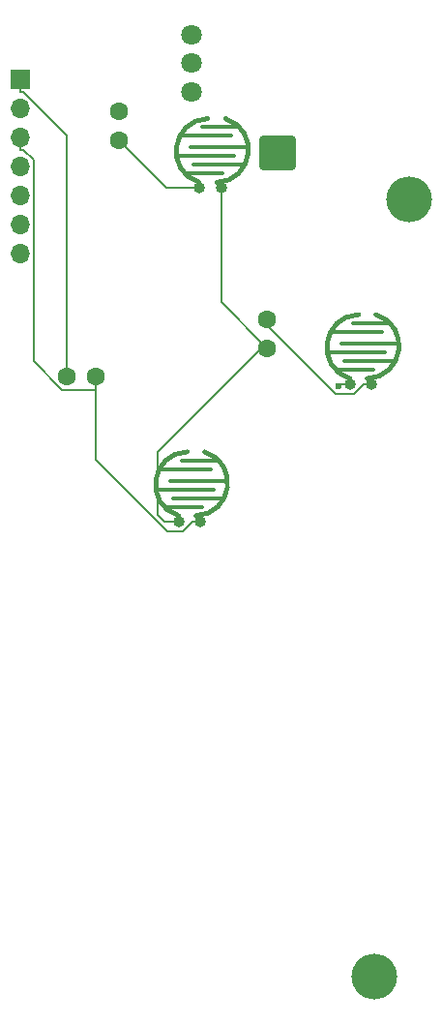
<source format=gbr>
%TF.GenerationSoftware,KiCad,Pcbnew,9.0.0*%
%TF.CreationDate,2025-04-14T10:39:45-04:00*%
%TF.ProjectId,rightPCB,72696768-7450-4434-922e-6b696361645f,rev?*%
%TF.SameCoordinates,Original*%
%TF.FileFunction,Copper,L1,Top*%
%TF.FilePolarity,Positive*%
%FSLAX46Y46*%
G04 Gerber Fmt 4.6, Leading zero omitted, Abs format (unit mm)*
G04 Created by KiCad (PCBNEW 9.0.0) date 2025-04-14 10:39:45*
%MOMM*%
%LPD*%
G01*
G04 APERTURE LIST*
G04 Aperture macros list*
%AMRoundRect*
0 Rectangle with rounded corners*
0 $1 Rounding radius*
0 $2 $3 $4 $5 $6 $7 $8 $9 X,Y pos of 4 corners*
0 Add a 4 corners polygon primitive as box body*
4,1,4,$2,$3,$4,$5,$6,$7,$8,$9,$2,$3,0*
0 Add four circle primitives for the rounded corners*
1,1,$1+$1,$2,$3*
1,1,$1+$1,$4,$5*
1,1,$1+$1,$6,$7*
1,1,$1+$1,$8,$9*
0 Add four rect primitives between the rounded corners*
20,1,$1+$1,$2,$3,$4,$5,0*
20,1,$1+$1,$4,$5,$6,$7,0*
20,1,$1+$1,$6,$7,$8,$9,0*
20,1,$1+$1,$8,$9,$2,$3,0*%
G04 Aperture macros list end*
%TA.AperFunction,EtchedComponent*%
%ADD10C,0.300000*%
%TD*%
%TA.AperFunction,EtchedComponent*%
%ADD11C,0.400000*%
%TD*%
%TA.AperFunction,SMDPad,CuDef*%
%ADD12O,1.000000X1.000000*%
%TD*%
%TA.AperFunction,ComponentPad*%
%ADD13C,1.600000*%
%TD*%
%TA.AperFunction,ComponentPad*%
%ADD14R,1.700000X1.700000*%
%TD*%
%TA.AperFunction,ComponentPad*%
%ADD15O,1.700000X1.700000*%
%TD*%
%TA.AperFunction,ComponentPad*%
%ADD16RoundRect,0.465000X1.185000X-1.085000X1.185000X1.085000X-1.185000X1.085000X-1.185000X-1.085000X0*%
%TD*%
%TA.AperFunction,ComponentPad*%
%ADD17C,1.800000*%
%TD*%
%TA.AperFunction,ComponentPad*%
%ADD18O,4.000000X4.000000*%
%TD*%
%TA.AperFunction,ViaPad*%
%ADD19C,0.600000*%
%TD*%
%TA.AperFunction,Conductor*%
%ADD20C,0.200000*%
%TD*%
G04 APERTURE END LIST*
D10*
%TO.C,SW8*%
X214282900Y-75227200D02*
X219108900Y-75227200D01*
X214536900Y-73449200D02*
X218854900Y-73449200D01*
X214917900Y-76751200D02*
X218092900Y-76751200D01*
X219489900Y-72687200D02*
X216314900Y-72687200D01*
X219870900Y-75989200D02*
X215552900Y-75989200D01*
X220124900Y-74465200D02*
X215298900Y-74465200D01*
D11*
X216060900Y-77513200D02*
G75*
G02*
X216822900Y-71925200I847981J2730321D01*
G01*
X218346900Y-71925200D02*
G75*
G02*
X217584900Y-77513200I-847981J-2730321D01*
G01*
D10*
%TO.C,SW7*%
X227469500Y-92380100D02*
X232295500Y-92380100D01*
X227723500Y-90602100D02*
X232041500Y-90602100D01*
X228104500Y-93904100D02*
X231279500Y-93904100D01*
X232676500Y-89840100D02*
X229501500Y-89840100D01*
X233057500Y-93142100D02*
X228739500Y-93142100D01*
X233311500Y-91618100D02*
X228485500Y-91618100D01*
D11*
X229247500Y-94666100D02*
G75*
G02*
X230009500Y-89078100I847981J2730321D01*
G01*
X231533500Y-89078100D02*
G75*
G02*
X230771500Y-94666100I-847981J-2730321D01*
G01*
D10*
%TO.C,SW6*%
X212470800Y-104381600D02*
X217296800Y-104381600D01*
X212724800Y-102603600D02*
X217042800Y-102603600D01*
X213105800Y-105905600D02*
X216280800Y-105905600D01*
X217677800Y-101841600D02*
X214502800Y-101841600D01*
X218058800Y-105143600D02*
X213740800Y-105143600D01*
X218312800Y-103619600D02*
X213486800Y-103619600D01*
D11*
X214248800Y-106667600D02*
G75*
G02*
X215010800Y-101079600I847981J2730321D01*
G01*
X216534800Y-101079600D02*
G75*
G02*
X215772800Y-106667600I-847981J-2730321D01*
G01*
%TD*%
D12*
%TO.P,SW8,1*%
%TO.N,GND*%
X217965800Y-78021100D03*
%TO.P,SW8,2*%
%TO.N,/Start*%
X216060800Y-78021100D03*
%TD*%
%TO.P,SW7,1*%
%TO.N,/2*%
X231152500Y-95174100D03*
%TO.P,SW7,2*%
%TO.N,GND*%
X229247500Y-95174100D03*
%TD*%
D13*
%TO.P,C2,1*%
%TO.N,GND*%
X204500000Y-94500000D03*
%TO.P,C2,2*%
%TO.N,/1*%
X207000000Y-94500000D03*
%TD*%
D14*
%TO.P,J1,1,Pin_1*%
%TO.N,GND*%
X200390600Y-68464100D03*
D15*
%TO.P,J1,2,Pin_2*%
%TO.N,/3v3*%
X200390600Y-71004100D03*
%TO.P,J1,3,Pin_3*%
%TO.N,/1*%
X200390600Y-73544100D03*
%TO.P,J1,4,Pin_4*%
%TO.N,/2*%
X200390600Y-76084100D03*
%TO.P,J1,5,Pin_5*%
%TO.N,/Start*%
X200390600Y-78624100D03*
%TO.P,J1,6,Pin_6*%
%TO.N,/Brightness_B*%
X200390600Y-81164100D03*
%TO.P,J1,7,Pin_7*%
%TO.N,/Brightness_A*%
X200390600Y-83704100D03*
%TD*%
D13*
%TO.P,C3,1*%
%TO.N,GND*%
X222000000Y-92000000D03*
%TO.P,C3,2*%
%TO.N,/2*%
X222000000Y-89500000D03*
%TD*%
D12*
%TO.P,SW6,1*%
%TO.N,/1*%
X216153800Y-107175600D03*
%TO.P,SW6,2*%
%TO.N,GND*%
X214248800Y-107175600D03*
%TD*%
D13*
%TO.P,C1,1*%
%TO.N,GND*%
X209000000Y-71300000D03*
%TO.P,C1,2*%
%TO.N,/Start*%
X209000000Y-73800000D03*
%TD*%
D16*
%TO.P,SW5,*%
%TO.N,*%
X222900000Y-74900000D03*
D17*
%TO.P,SW5,A,A*%
%TO.N,/Brightness_A*%
X215400000Y-69600000D03*
%TO.P,SW5,B,B*%
%TO.N,/Brightness_B*%
X215400000Y-64600000D03*
%TO.P,SW5,C,C*%
%TO.N,GND*%
X215400000Y-67100000D03*
%TD*%
D18*
%TO.P,Pad_gge24780,1*%
%TO.N,N/C*%
X234391500Y-78999900D03*
%TD*%
%TO.P,Pad_gge24769,1*%
%TO.N,N/C*%
X231391500Y-147000000D03*
%TD*%
D19*
%TO.N,GND*%
X228226000Y-95331500D03*
%TD*%
D20*
%TO.N,GND*%
X221748000Y-91747800D02*
X217966000Y-87965800D01*
X200678000Y-69615800D02*
X204500000Y-73437300D01*
X217966000Y-82993400D02*
X217966000Y-78021100D01*
X217966000Y-87965800D02*
X217966000Y-82993400D01*
X214249000Y-107176000D02*
X214248400Y-107176000D01*
X217965800Y-82993200D02*
X217965800Y-78021100D01*
X200391000Y-69615800D02*
X200678000Y-69615800D01*
X229247500Y-95174100D02*
X229248000Y-95174100D01*
X214248400Y-107176000D02*
X212971000Y-107176000D01*
X212415000Y-101081000D02*
X221748000Y-91747800D01*
X228446000Y-95174100D02*
X229247500Y-95174100D01*
X228288000Y-95331500D02*
X228446000Y-95174100D01*
X200391000Y-68464100D02*
X200391000Y-69615800D01*
X204500000Y-73437300D02*
X204500000Y-94500000D01*
X222000000Y-92000000D02*
X221748000Y-91747800D01*
X212415000Y-106620000D02*
X212415000Y-101081000D01*
X228226000Y-95331500D02*
X228288000Y-95331500D01*
X217966000Y-82993400D02*
X217965800Y-82993200D01*
X212971000Y-107176000D02*
X212415000Y-106620000D01*
X214248400Y-107176000D02*
X214248800Y-107175600D01*
%TO.N,/Start*%
X213221000Y-78021100D02*
X209000000Y-73800000D01*
X216061000Y-78021100D02*
X216060800Y-78021100D01*
X216060800Y-78021100D02*
X213221000Y-78021100D01*
%TO.N,/1*%
X216153400Y-107176000D02*
X216154000Y-107176000D01*
X213246000Y-108019000D02*
X214588000Y-108019000D01*
X201542000Y-93120800D02*
X204060000Y-95638700D01*
X204060000Y-95638700D02*
X207000000Y-95638700D01*
X207000000Y-94500000D02*
X207000000Y-95638700D01*
X200391000Y-74695800D02*
X200679000Y-74695800D01*
X216153400Y-107176000D02*
X216153800Y-107175600D01*
X207000000Y-95638700D02*
X207000000Y-101773000D01*
X201542000Y-75559500D02*
X201542000Y-93120800D01*
X200391000Y-73544100D02*
X200391000Y-74695800D01*
X215352000Y-107176000D02*
X216153400Y-107176000D01*
X214588000Y-108019000D02*
X215352000Y-107255000D01*
X207000000Y-101773000D02*
X213246000Y-108019000D01*
X200390600Y-73544100D02*
X200391000Y-73544100D01*
X200679000Y-74695800D02*
X201542000Y-75559500D01*
X215352000Y-107255000D02*
X215352000Y-107176000D01*
%TO.N,/2*%
X227999000Y-95982700D02*
X229642000Y-95982700D01*
X230351000Y-95174100D02*
X231152000Y-95174100D01*
X229642000Y-95982700D02*
X230351000Y-95274300D01*
X230351000Y-95274300D02*
X230351000Y-95174100D01*
X222000000Y-89500000D02*
X222000000Y-89983700D01*
X222000000Y-89983700D02*
X227999000Y-95982700D01*
X231152000Y-95174100D02*
X231152500Y-95174100D01*
%TD*%
M02*

</source>
